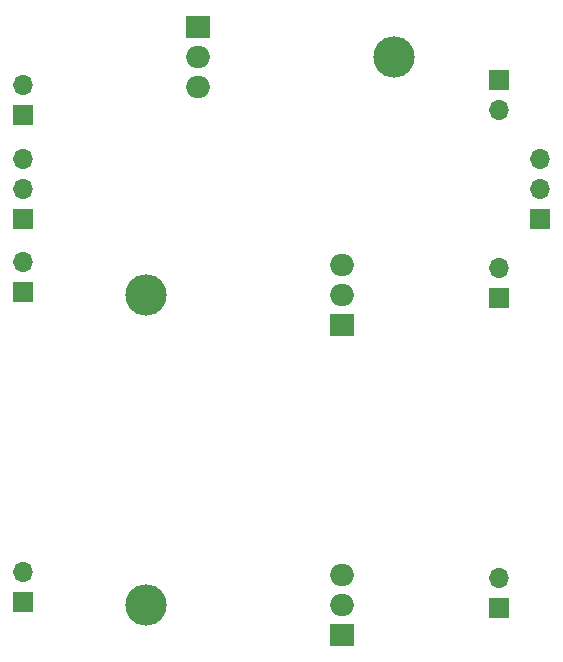
<source format=gbs>
%TF.GenerationSoftware,KiCad,Pcbnew,(5.1.4)-1*%
%TF.CreationDate,2021-09-05T23:43:36-04:00*%
%TF.ProjectId,dual_lm317,6475616c-5f6c-46d3-9331-372e6b696361,rev?*%
%TF.SameCoordinates,Original*%
%TF.FileFunction,Soldermask,Bot*%
%TF.FilePolarity,Negative*%
%FSLAX46Y46*%
G04 Gerber Fmt 4.6, Leading zero omitted, Abs format (unit mm)*
G04 Created by KiCad (PCBNEW (5.1.4)-1) date 2021-09-05 23:43:36*
%MOMM*%
%LPD*%
G04 APERTURE LIST*
%ADD10O,2.000000X1.905000*%
%ADD11R,2.000000X1.905000*%
%ADD12O,3.500000X3.500000*%
%ADD13O,1.700000X1.700000*%
%ADD14R,1.700000X1.700000*%
G04 APERTURE END LIST*
D10*
%TO.C,U7*%
X135000000Y-105170000D03*
X135000000Y-107710000D03*
D11*
X135000000Y-110250000D03*
D12*
X118340000Y-107710000D03*
%TD*%
D13*
%TO.C,J8*%
X108000000Y-104960000D03*
D14*
X108000000Y-107500000D03*
%TD*%
D13*
%TO.C,J7*%
X148250000Y-105460000D03*
D14*
X148250000Y-108000000D03*
%TD*%
D12*
%TO.C,U1*%
X118340000Y-81460000D03*
D11*
X135000000Y-84000000D03*
D10*
X135000000Y-81460000D03*
X135000000Y-78920000D03*
%TD*%
D14*
%TO.C,J2*%
X108000000Y-81250000D03*
D13*
X108000000Y-78710000D03*
%TD*%
D14*
%TO.C,J1*%
X148250000Y-81750000D03*
D13*
X148250000Y-79210000D03*
%TD*%
D14*
%TO.C,J6*%
X108000000Y-75000000D03*
D13*
X108000000Y-72460000D03*
X108000000Y-69920000D03*
%TD*%
D14*
%TO.C,J5*%
X151750000Y-75040000D03*
D13*
X151750000Y-72500000D03*
X151750000Y-69960000D03*
%TD*%
D12*
%TO.C,U4*%
X139410000Y-61290000D03*
D11*
X122750000Y-58750000D03*
D10*
X122750000Y-61290000D03*
X122750000Y-63830000D03*
%TD*%
D14*
%TO.C,J4*%
X108000000Y-66250000D03*
D13*
X108000000Y-63710000D03*
%TD*%
D14*
%TO.C,J3*%
X148250000Y-63250000D03*
D13*
X148250000Y-65790000D03*
%TD*%
M02*

</source>
